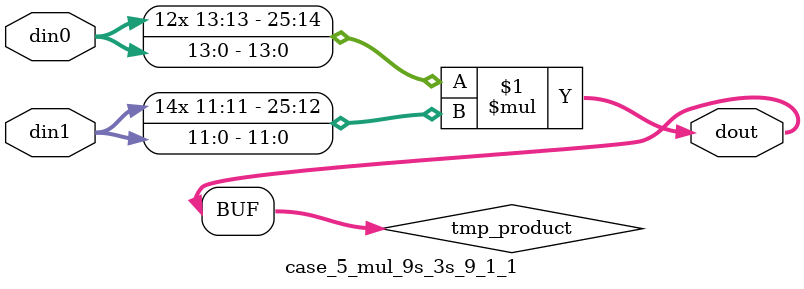
<source format=v>

`timescale 1 ns / 1 ps

 module case_5_mul_9s_3s_9_1_1(din0, din1, dout);
parameter ID = 1;
parameter NUM_STAGE = 0;
parameter din0_WIDTH = 14;
parameter din1_WIDTH = 12;
parameter dout_WIDTH = 26;

input [din0_WIDTH - 1 : 0] din0; 
input [din1_WIDTH - 1 : 0] din1; 
output [dout_WIDTH - 1 : 0] dout;

wire signed [dout_WIDTH - 1 : 0] tmp_product;



























assign tmp_product = $signed(din0) * $signed(din1);








assign dout = tmp_product;





















endmodule

</source>
